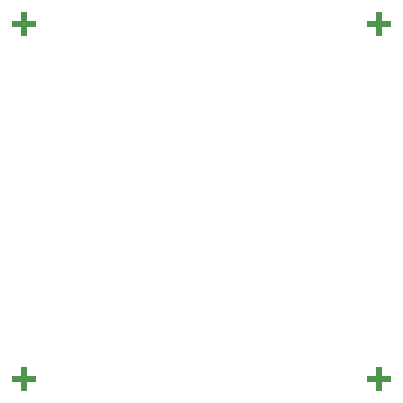
<source format=gbr>
%TF.GenerationSoftware,HUMAN,DominicClifton,8.0.3*%
%TF.CreationDate,2025-04-28T16:25:44+02:00*%
%TF.SameCoordinates,Original*%
%TF.FileFunction,Copper,L4,Bot*%
%TF.FilePolarity,Positive*%
%FSLAX46Y46*%
G04 Gerber Fmt 4.6, Leading zero omitted, Abs format (unit mm)*
%MOMM*%
%LPD*%
G01*
G04 APERTURE LIST*
G04 Aperture macros list*
%AMVectorPlus*
0 A plus, drown using two vector-lines*
0 $1 Line Width*
0 $2 Width/Height*
0 $3 $4 Center*
0 Add two vector-line primitives between the rounded corners*
20,1,$1,$3-$2,$4,$3+$2,$4,0*
20,1,$1,$3,$4-$2,$3,$4+$2,0*%
%ADD40VectorPlus,X0.500000X1.000000X0.000000X0.000000*%
D40*
X015000000Y015000000D03*
X-015000000Y015000000D03*
X015000000Y-015000000D03*
X-015000000Y-015000000D03*
M02*

</source>
